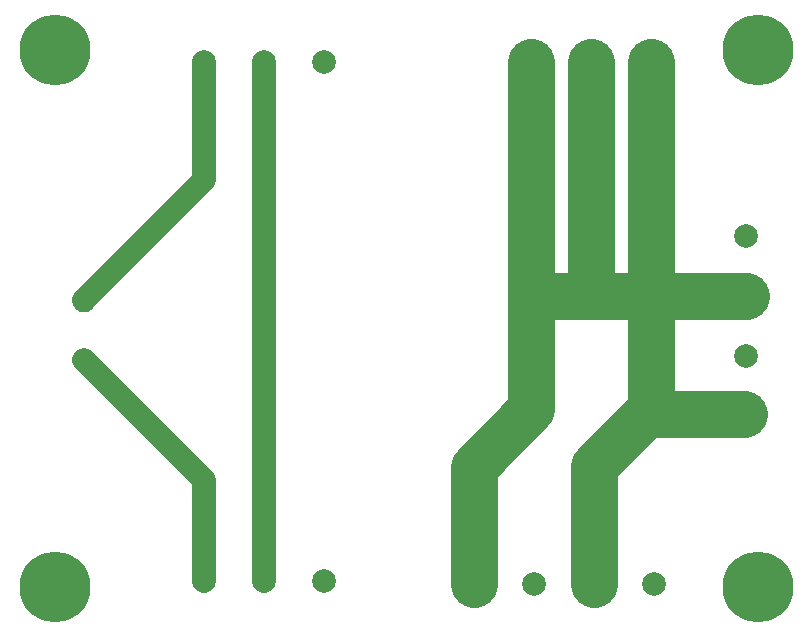
<source format=gbr>
%TF.GenerationSoftware,Altium Limited,Altium Designer,21.8.1 (53)*%
G04 Layer_Physical_Order=1*
G04 Layer_Color=255*
%FSLAX43Y43*%
%MOMM*%
%TF.SameCoordinates,AC333826-6736-4184-BEF3-4D2E4CB995F7*%
%TF.FilePolarity,Positive*%
%TF.FileFunction,Copper,L1,Top,Signal*%
%TF.Part,Single*%
G01*
G75*
%TA.AperFunction,Conductor*%
%ADD10C,2.000*%
%ADD11C,4.000*%
%TA.AperFunction,ComponentPad*%
%ADD12C,2.000*%
%TA.AperFunction,ViaPad*%
%ADD13C,6.000*%
%TA.AperFunction,ComponentPad*%
%ADD14C,1.950*%
D10*
X17170Y5000D02*
Y13564D01*
X6985Y23749D02*
X17170Y13564D01*
X22250Y5000D02*
Y49000D01*
X17170Y39000D02*
Y49000D01*
X6985Y28815D02*
X17170Y39000D01*
D11*
X44840Y29210D02*
X49920D01*
X44840Y19567D02*
Y29210D01*
X40000Y4813D02*
Y14727D01*
X49920Y29210D02*
X55000D01*
X40000Y14727D02*
X44840Y19567D01*
X50160Y4813D02*
Y14788D01*
X54540Y19168D01*
X54737D01*
X62882D01*
X55000Y19431D02*
Y29210D01*
X54737Y19168D02*
X55000Y19431D01*
X44840Y29210D02*
Y49000D01*
X49920Y29600D02*
Y49000D01*
X55000Y29210D02*
X63000D01*
X55000D02*
Y49000D01*
D12*
D03*
X49920D02*
D03*
X44840D02*
D03*
X40000Y4813D02*
D03*
X45080D02*
D03*
X50160D02*
D03*
X55240D02*
D03*
X17170Y5000D02*
D03*
X22250D02*
D03*
X27330D02*
D03*
Y49000D02*
D03*
X22250D02*
D03*
X17170D02*
D03*
X63000Y19050D02*
D03*
Y24130D02*
D03*
Y29210D02*
D03*
Y34290D02*
D03*
D13*
X4500Y50000D02*
D03*
X64000D02*
D03*
Y4500D02*
D03*
X4500D02*
D03*
D14*
X6985Y23749D02*
D03*
Y28749D02*
D03*
%TF.MD5,44edb1db69a64546832f320467ca6ee9*%
M02*

</source>
